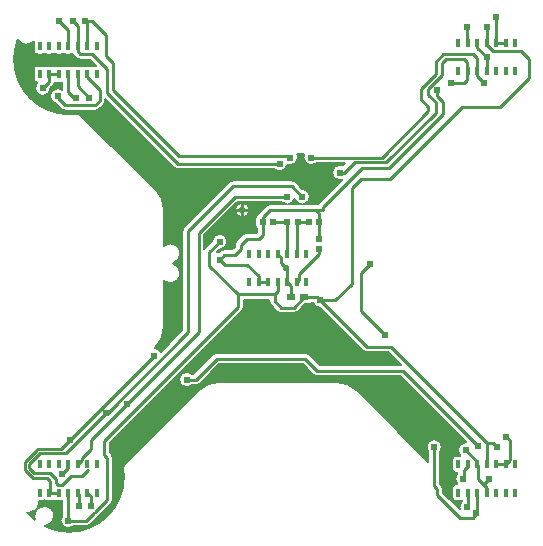
<source format=gtl>
G04 Layer: TopLayer*
G04 EasyEDA Pro v2.1.44.1.245b18d5.fca1f9, 2024-01-18 14:01:25*
G04 Gerber Generator version 0.3*
G04 Scale: 100 percent, Rotated: No, Reflected: No*
G04 Dimensions in millimeters*
G04 Leading zeros omitted, absolute positions, 3 integers and 5 decimals*
%FSLAX35Y35*%
%MOMM*%
%ADD8191C,0.2032*%
%ADD10C,0.254*%
%ADD11C,0.55*%
%ADD12R,0.35001X0.75001*%
%ADD13R,0.35001X0.75001*%
%ADD14R,0.79009X0.54*%
%ADD15R,0.56566X0.54*%
%ADD16R,0.56566X0.54*%
%ADD17R,0.54X0.56566*%
%ADD18C,0.6112*%
%ADD19C,0.61*%
G75*


G04 Copper Start*
G36*
G01X192786Y-1523369D02*
G01X7625Y-1708530D01*
G03X-40846Y-1674337I-58425J-31370D01*
G01X-33254Y-1666746D01*
G03X35814Y-1500000I-166746J166746D01*
G01Y-1108823D01*
G03X88900Y-1127214I53086J67423D01*
G03X174714Y-1041400I0J85814D01*
G03X112342Y-958850I-85814J0D01*
G03X174714Y-876300I-23442J82550D01*
G03X88900Y-790486I-85814J0D01*
G03X35814Y-808877I0J-85814D01*
G01Y-500000D01*
G03X-33254Y-333254I-235814J-0D01*
G03X-40034Y-327940I-25324J-25324D01*
G01X-44955Y-324961D01*
G03X-52003Y-321681I-18545J-30639D01*
G01X-667203Y288551D01*
G03X-699337Y308551I-32134J-15814D01*
G03X-704169Y308224I0J-35814D01*
G01X-704185Y308221D01*
G01X-706536Y307901D01*
G02X-768000Y303814I-61464J460099D01*
G02X-1232186Y768000I0J464186D01*
G02X-1202456Y931451I464186J0D01*
G03X-1130300Y892086I72156J46449D01*
G03X-1067994Y918892I0J85814D01*
G01Y844502D01*
G03X-1032180Y808688I35814J0D01*
G01X-997179D01*
G03X-974687Y816631I0J35814D01*
G03X-952195Y808688I22492J27871D01*
G01X-917194D01*
G03X-894690Y816641I0J35814D01*
G03X-872185Y808688I22504J27860D01*
G01X-837184D01*
G03X-814692Y816631I0J35814D01*
G03X-792201Y808688I22492J27871D01*
G01X-757199D01*
G03X-738649Y813866I0J35814D01*
G03X-728995Y800085I43959J20524D01*
G01X-707405Y778495D01*
G03X-673100Y764286I34305J34305D01*
G01X-591595D01*
G01X-542621Y715312D01*
G01X-552196D01*
G03X-574688Y707369I0J-35814D01*
G03X-597179Y715312I-22492J-27871D01*
G01X-632181D01*
G03X-654685Y707359I0J-35814D01*
G03X-677189Y715312I-22504J-27860D01*
G01X-712191D01*
G03X-734695Y707359I0J-35814D01*
G03X-757199Y715312I-22504J-27860D01*
G01X-792201D01*
G03X-814692Y707369I0J-35814D01*
G03X-837184Y715312I-22492J-27871D01*
G01X-872185D01*
G03X-894690Y707359I0J-35814D01*
G03X-917194Y715312I-22504J-27860D01*
G01X-952195D01*
G03X-974700Y707359I0J-35814D01*
G03X-997204Y715312I-22504J-27860D01*
G01X-1032205D01*
G03X-1068019Y679498I0J-35814D01*
G01Y604497D01*
G03X-1038666Y569271I35814J0D01*
G03X-1056914Y523584I48066J-45686D01*
G03X-990600Y457270I66314J0D01*
G03X-924327Y521248I0J66314D01*
G01X-900390Y545185D01*
G03X-886794Y571798I-34305J34305D01*
G03X-872185Y568683I14609J32699D01*
G01X-837184D01*
G03X-823214Y571520I0J35814D01*
G01Y509798D01*
G03X-863600Y523514I-40386J-52598D01*
G03X-929914Y457200I0J-66314D01*
G03X-880888Y393179I66314J0D01*
G01X-834405Y346695D01*
G03X-800100Y332486I34305J34305D01*
G01X-546100D01*
G03X-511795Y346695I0J48514D01*
G01X-473695Y384795D01*
G03X-459486Y419100I-34305J34305D01*
G01Y428977D01*
G01X118095Y-148605D01*
G03X152400Y-162814I34305J34305D01*
G01X970790D01*
G03X1016000Y-180614I45210J48514D01*
G03X1081362Y-125496I0J66314D01*
G03X1104900Y-129814I23538J61996D01*
G03X1171214Y-63500I0J66314D01*
G03X1165158Y-35814I-66314J0D01*
G01X1222442D01*
G03X1216386Y-63500I60258J-27686D01*
G03X1282700Y-129814I66314J0D01*
G03X1327910Y-112014I0J66314D01*
G01X1571977D01*
G01X1553086Y-130905D01*
G03X1524000Y-124186I-29086J-59595D01*
G03X1457686Y-190500I0J-66314D01*
G03X1524000Y-256814I66314J0D01*
G03X1545606Y-253196I0J66314D01*
G01X1350506Y-448295D01*
G03X1342157Y-459486I34305J-34305D01*
G01X1320800D01*
G01X1214852D01*
G03X1272814Y-393700I-8352J65786D01*
G03X1208836Y-327427I-66314J0D01*
G01X1151905Y-270495D01*
G03X1117600Y-256286I-34305J-34305D01*
G01X622300D01*
G03X587995Y-270495I0J-48514D01*
G01X206995Y-651495D01*
G03X192786Y-685800I34305J-34305D01*
G01Y-1523369D01*
G37*
G36*
G01X-1057508Y-3130841D02*
G02X-1121653Y-3068663I289508J362841D01*
G03X-1104900Y-3070314I16753J84163D01*
G03X-1046820Y-3047673I0J85814D01*
G03X-1063714Y-3098800I68920J-51127D01*
G03X-1057508Y-3130841I85814J0D01*
G37*
G36*
G01X-303814Y-2768000D02*
G02X-768000Y-3232186I-464186J0D01*
G02X-972985Y-3184473I0J464186D01*
G03X-892086Y-3098800I-4915J85673D01*
G03X-977900Y-3012986I-85814J0D01*
G03X-1035980Y-3035627I0J-85814D01*
G03X-1019086Y-2984500I-68920J51127D01*
G03X-1019657Y-2974617I-85814J0D01*
G01X-997204D01*
G03X-974700Y-2966663I0J35814D01*
G03X-952195Y-2974617I22504J27860D01*
G01X-917194D01*
G03X-894690Y-2966663I0J35814D01*
G03X-872185Y-2974617I22504J27860D01*
G01X-837184D01*
G03X-823214Y-2971780I0J35814D01*
G01Y-3091690D01*
G03X-841014Y-3136900I48514J-45210D01*
G03X-774700Y-3203214I66314J0D01*
G03X-729490Y-3185414I0J66314D01*
G01X-622300D01*
G03X-587995Y-3171205I0J48514D01*
G01X-524495Y-3107705D01*
G03X-518738Y-3100762I-34305J34305D01*
G03X-511795Y-3095005I-27362J40062D01*
G01X-410195Y-2993405D01*
G03X-395986Y-2959100I-34305J34305D01*
G01Y-2603500D01*
G03X-410195Y-2569195I-48514J0D01*
G01X-421386Y-2558005D01*
G01Y-2483895D01*
G01X696208Y-1366301D01*
G03X710417Y-1331997I-34305J34305D01*
G01Y-1269217D01*
G01X926086D01*
G01Y-1279400D01*
G03X940295Y-1313705I48514J0D01*
G01X994395Y-1367805D01*
G03X1028700Y-1382014I34305J34305D01*
G01X1134008D01*
G03X1168313Y-1367805I0J48514D01*
G01X1228703Y-1307414D01*
G01X1262413D01*
G03X1291045Y-1293114I0J35814D01*
G01X1296745D01*
G03X1356564Y-1336273I62155J23114D01*
G01X1718295Y-1698005D01*
G03X1752600Y-1712214I34305J34305D01*
G01X1935705D01*
G01X2041877Y-1818386D01*
G01X1353595D01*
G01X1266205Y-1730995D01*
G03X1231900Y-1716786I-34305J-34305D01*
G01X482600D01*
G03X448295Y-1730995I0J-48514D01*
G01X284705Y-1894586D01*
G01X273810D01*
G03X228600Y-1876786I-45210J-48514D01*
G03X162286Y-1943100I0J-66314D01*
G03X228600Y-2009414I66314J0D01*
G03X273810Y-1991614I0J66314D01*
G01X304800D01*
G03X339105Y-1977405I0J48514D01*
G01X502695Y-1813814D01*
G01X1211805D01*
G01X1299195Y-1901205D01*
G03X1333500Y-1915414I34305J34305D01*
G01X2037305D01*
G01X2595763Y-2473872D01*
G03X2590800Y-2473686I-4963J-66128D01*
G03X2524486Y-2540000I0J-66314D01*
G03X2545027Y-2587983I66314J0D01*
G01X2511095D01*
G03X2475281Y-2623797I0J-35814D01*
G01Y-2698798D01*
G03X2511095Y-2734612I35814J0D01*
G01X2521033D01*
G03X2500625Y-2782468I45906J-47856D01*
G03X2518715Y-2827988I66314J0D01*
G01X2511095D01*
G03X2475281Y-2863802I0J-35814D01*
G01Y-2938803D01*
G03X2511095Y-2974617I35814J0D01*
G01X2546096D01*
G03X2560091Y-2971769I0J35814D01*
G01Y-2972468D01*
G03X2537186Y-3022600I43409J-50132D01*
G03X2540544Y-3043435I66314J0D01*
G01X2398014Y-2900905D01*
G01Y-2870200D01*
G03X2383805Y-2835895I-48514J0D01*
G01X2372614Y-2824705D01*
G01Y-2559810D01*
G03X2390414Y-2514600I-48514J45210D01*
G03X2324100Y-2448286I-66314J0D01*
G03X2257786Y-2514600I0J-66314D01*
G03X2275586Y-2559810I66314J0D01*
G01Y-2642095D01*
G01X1666746Y-2033254D01*
G03X1500000Y-1964186I-166746J-166746D01*
G01X1499868D01*
G01X500132D01*
G01X500000D01*
G03X333254Y-2033254I0J-235814D01*
G01X-298467Y-2664975D01*
G03X-303958Y-2672051I25324J-25324D01*
G01X-303965Y-2672062D01*
G01X-304703Y-2673308D01*
G03X-309694Y-2691546I30823J-18237D01*
G03X-309300Y-2696845I35814J0D01*
G01X-308572Y-2701705D01*
G02X-303814Y-2768000I-459427J-66294D01*
G37*
G36*
G01X505664Y-860827D02*
G03X487165Y-864144I2336J-66273D01*
G01X510336Y-840973D01*
G03X574314Y-774700I-2336J66273D01*
G03X508000Y-708386I-66314J0D01*
G03X441727Y-772364I0J-66314D01*
G01X384795Y-829295D01*
G03X378714Y-836719I34305J-34305D01*
G01Y-718595D01*
G01X655095Y-442214D01*
G01X1034290D01*
G03X1071148Y-459486I45210J48514D01*
G01X933018D01*
G03X898714Y-473695I0J-48514D01*
G01X836814Y-535595D01*
G03X826568Y-550693I34305J-34305D01*
G03X807022Y-582600I16267J-31906D01*
G01Y-636600D01*
G03X822604Y-666153I35814J0D01*
G01Y-696286D01*
G01X818105Y-700786D01*
G01X736600D01*
G03X702295Y-714995I0J-48514D01*
G01X651495Y-765795D01*
G03X637286Y-800100I34305J-34305D01*
G01Y-818105D01*
G01X614905Y-840486D01*
G01X546100D01*
G03X511795Y-854695I0J-48514D01*
G01X505664Y-860827D01*
G37*
%LPC*%
G36*
G01X698500Y-571314D02*
G03X761814Y-508000I0J63314D01*
G03X698500Y-444686I-63314J0D01*
G03X635186Y-508000I0J-63314D01*
G03X698500Y-571314I63314J0D01*
G37*
%LPD*%
G36*
G01X1143000Y-412813D02*
G03X1198148Y-459486I63500J19113D01*
G01X1087852D01*
G03X1143000Y-412813I-8352J65786D01*
G37*
G54D8191*
G01X192786Y-1523369D02*
G01X7625Y-1708530D01*
G03X-40846Y-1674337I-58425J-31370D01*
G01X-33254Y-1666746D01*
G03X35814Y-1500000I-166746J166746D01*
G01Y-1108823D01*
G03X88900Y-1127214I53086J67423D01*
G03X174714Y-1041400I0J85814D01*
G03X112342Y-958850I-85814J0D01*
G03X174714Y-876300I-23442J82550D01*
G03X88900Y-790486I-85814J0D01*
G03X35814Y-808877I0J-85814D01*
G01Y-500000D01*
G03X-33254Y-333254I-235814J-0D01*
G03X-40034Y-327940I-25324J-25324D01*
G01X-44955Y-324961D01*
G03X-52003Y-321681I-18545J-30639D01*
G01X-667203Y288551D01*
G03X-699337Y308551I-32134J-15814D01*
G03X-704169Y308224I0J-35814D01*
G01X-704185Y308221D01*
G01X-706536Y307901D01*
G02X-768000Y303814I-61464J460099D01*
G02X-1232186Y768000I0J464186D01*
G02X-1202456Y931451I464186J0D01*
G03X-1130300Y892086I72156J46449D01*
G03X-1067994Y918892I0J85814D01*
G01Y844502D01*
G03X-1032180Y808688I35814J0D01*
G01X-997179D01*
G03X-974687Y816631I0J35814D01*
G03X-952195Y808688I22492J27871D01*
G01X-917194D01*
G03X-894690Y816641I0J35814D01*
G03X-872185Y808688I22504J27860D01*
G01X-837184D01*
G03X-814692Y816631I0J35814D01*
G03X-792201Y808688I22492J27871D01*
G01X-757199D01*
G03X-738649Y813866I0J35814D01*
G03X-728995Y800085I43959J20524D01*
G01X-707405Y778495D01*
G03X-673100Y764286I34305J34305D01*
G01X-591595D01*
G01X-542621Y715312D01*
G01X-552196D01*
G03X-574688Y707369I0J-35814D01*
G03X-597179Y715312I-22492J-27871D01*
G01X-632181D01*
G03X-654685Y707359I0J-35814D01*
G03X-677189Y715312I-22504J-27860D01*
G01X-712191D01*
G03X-734695Y707359I0J-35814D01*
G03X-757199Y715312I-22504J-27860D01*
G01X-792201D01*
G03X-814692Y707369I0J-35814D01*
G03X-837184Y715312I-22492J-27871D01*
G01X-872185D01*
G03X-894690Y707359I0J-35814D01*
G03X-917194Y715312I-22504J-27860D01*
G01X-952195D01*
G03X-974700Y707359I0J-35814D01*
G03X-997204Y715312I-22504J-27860D01*
G01X-1032205D01*
G03X-1068019Y679498I0J-35814D01*
G01Y604497D01*
G03X-1038666Y569271I35814J0D01*
G03X-1056914Y523584I48066J-45686D01*
G03X-990600Y457270I66314J0D01*
G03X-924327Y521248I0J66314D01*
G01X-900390Y545185D01*
G03X-886794Y571798I-34305J34305D01*
G03X-872185Y568683I14609J32699D01*
G01X-837184D01*
G03X-823214Y571520I0J35814D01*
G01Y509798D01*
G03X-863600Y523514I-40386J-52598D01*
G03X-929914Y457200I0J-66314D01*
G03X-880888Y393179I66314J0D01*
G01X-834405Y346695D01*
G03X-800100Y332486I34305J34305D01*
G01X-546100D01*
G03X-511795Y346695I0J48514D01*
G01X-473695Y384795D01*
G03X-459486Y419100I-34305J34305D01*
G01Y428977D01*
G01X118095Y-148605D01*
G03X152400Y-162814I34305J34305D01*
G01X970790D01*
G03X1016000Y-180614I45210J48514D01*
G03X1081362Y-125496I0J66314D01*
G03X1104900Y-129814I23538J61996D01*
G03X1171214Y-63500I0J66314D01*
G03X1165158Y-35814I-66314J0D01*
G01X1222442D01*
G03X1216386Y-63500I60258J-27686D01*
G03X1282700Y-129814I66314J0D01*
G03X1327910Y-112014I0J66314D01*
G01X1571977D01*
G01X1553086Y-130905D01*
G03X1524000Y-124186I-29086J-59595D01*
G03X1457686Y-190500I0J-66314D01*
G03X1524000Y-256814I66314J0D01*
G03X1545606Y-253196I0J66314D01*
G01X1350506Y-448295D01*
G03X1342157Y-459486I34305J-34305D01*
G01X1320800D01*
G01X1214852D01*
G03X1272814Y-393700I-8352J65786D01*
G03X1208836Y-327427I-66314J0D01*
G01X1151905Y-270495D01*
G03X1117600Y-256286I-34305J-34305D01*
G01X622300D01*
G03X587995Y-270495I0J-48514D01*
G01X206995Y-651495D01*
G03X192786Y-685800I34305J-34305D01*
G01Y-1523369D01*
G01X-1057508Y-3130841D02*
G02X-1121653Y-3068663I289508J362841D01*
G03X-1104900Y-3070314I16753J84163D01*
G03X-1046820Y-3047673I0J85814D01*
G03X-1063714Y-3098800I68920J-51127D01*
G03X-1057508Y-3130841I85814J0D01*
G01X-303814Y-2768000D02*
G02X-768000Y-3232186I-464186J0D01*
G02X-972985Y-3184473I0J464186D01*
G03X-892086Y-3098800I-4915J85673D01*
G03X-977900Y-3012986I-85814J0D01*
G03X-1035980Y-3035627I0J-85814D01*
G03X-1019086Y-2984500I-68920J51127D01*
G03X-1019657Y-2974617I-85814J0D01*
G01X-997204D01*
G03X-974700Y-2966663I0J35814D01*
G03X-952195Y-2974617I22504J27860D01*
G01X-917194D01*
G03X-894690Y-2966663I0J35814D01*
G03X-872185Y-2974617I22504J27860D01*
G01X-837184D01*
G03X-823214Y-2971780I0J35814D01*
G01Y-3091690D01*
G03X-841014Y-3136900I48514J-45210D01*
G03X-774700Y-3203214I66314J0D01*
G03X-729490Y-3185414I0J66314D01*
G01X-622300D01*
G03X-587995Y-3171205I0J48514D01*
G01X-524495Y-3107705D01*
G03X-518738Y-3100762I-34305J34305D01*
G03X-511795Y-3095005I-27362J40062D01*
G01X-410195Y-2993405D01*
G03X-395986Y-2959100I-34305J34305D01*
G01Y-2603500D01*
G03X-410195Y-2569195I-48514J0D01*
G01X-421386Y-2558005D01*
G01Y-2483895D01*
G01X696208Y-1366301D01*
G03X710417Y-1331997I-34305J34305D01*
G01Y-1269217D01*
G01X926086D01*
G01Y-1279400D01*
G03X940295Y-1313705I48514J0D01*
G01X994395Y-1367805D01*
G03X1028700Y-1382014I34305J34305D01*
G01X1134008D01*
G03X1168313Y-1367805I0J48514D01*
G01X1228703Y-1307414D01*
G01X1262413D01*
G03X1291045Y-1293114I0J35814D01*
G01X1296745D01*
G03X1356564Y-1336273I62155J23114D01*
G01X1718295Y-1698005D01*
G03X1752600Y-1712214I34305J34305D01*
G01X1935705D01*
G01X2041877Y-1818386D01*
G01X1353595D01*
G01X1266205Y-1730995D01*
G03X1231900Y-1716786I-34305J-34305D01*
G01X482600D01*
G03X448295Y-1730995I0J-48514D01*
G01X284705Y-1894586D01*
G01X273810D01*
G03X228600Y-1876786I-45210J-48514D01*
G03X162286Y-1943100I0J-66314D01*
G03X228600Y-2009414I66314J0D01*
G03X273810Y-1991614I0J66314D01*
G01X304800D01*
G03X339105Y-1977405I0J48514D01*
G01X502695Y-1813814D01*
G01X1211805D01*
G01X1299195Y-1901205D01*
G03X1333500Y-1915414I34305J34305D01*
G01X2037305D01*
G01X2595763Y-2473872D01*
G03X2590800Y-2473686I-4963J-66128D01*
G03X2524486Y-2540000I0J-66314D01*
G03X2545027Y-2587983I66314J0D01*
G01X2511095D01*
G03X2475281Y-2623797I0J-35814D01*
G01Y-2698798D01*
G03X2511095Y-2734612I35814J0D01*
G01X2521033D01*
G03X2500625Y-2782468I45906J-47856D01*
G03X2518715Y-2827988I66314J0D01*
G01X2511095D01*
G03X2475281Y-2863802I0J-35814D01*
G01Y-2938803D01*
G03X2511095Y-2974617I35814J0D01*
G01X2546096D01*
G03X2560091Y-2971769I0J35814D01*
G01Y-2972468D01*
G03X2537186Y-3022600I43409J-50132D01*
G03X2540544Y-3043435I66314J0D01*
G01X2398014Y-2900905D01*
G01Y-2870200D01*
G03X2383805Y-2835895I-48514J0D01*
G01X2372614Y-2824705D01*
G01Y-2559810D01*
G03X2390414Y-2514600I-48514J45210D01*
G03X2324100Y-2448286I-66314J0D01*
G03X2257786Y-2514600I0J-66314D01*
G03X2275586Y-2559810I66314J0D01*
G01Y-2642095D01*
G01X1666746Y-2033254D01*
G03X1500000Y-1964186I-166746J-166746D01*
G01X1499868D01*
G01X500132D01*
G01X500000D01*
G03X333254Y-2033254I0J-235814D01*
G01X-298467Y-2664975D01*
G03X-303958Y-2672051I25324J-25324D01*
G01X-303965Y-2672062D01*
G01X-304703Y-2673308D01*
G03X-309694Y-2691546I30823J-18237D01*
G03X-309300Y-2696845I35814J0D01*
G01X-308572Y-2701705D01*
G02X-303814Y-2768000I-459427J-66294D01*
G01X505664Y-860827D02*
G03X487165Y-864144I2336J-66273D01*
G01X510336Y-840973D01*
G03X574314Y-774700I-2336J66273D01*
G03X508000Y-708386I-66314J0D01*
G03X441727Y-772364I0J-66314D01*
G01X384795Y-829295D01*
G03X378714Y-836719I34305J-34305D01*
G01Y-718595D01*
G01X655095Y-442214D01*
G01X1034290D01*
G03X1071148Y-459486I45210J48514D01*
G01X933018D01*
G03X898714Y-473695I0J-48514D01*
G01X836814Y-535595D01*
G03X826568Y-550693I34305J-34305D01*
G03X807022Y-582600I16267J-31906D01*
G01Y-636600D01*
G03X822604Y-666153I35814J0D01*
G01Y-696286D01*
G01X818105Y-700786D01*
G01X736600D01*
G03X702295Y-714995I0J-48514D01*
G01X651495Y-765795D01*
G03X637286Y-800100I34305J-34305D01*
G01Y-818105D01*
G01X614905Y-840486D01*
G01X546100D01*
G03X511795Y-854695I0J-48514D01*
G01X505664Y-860827D01*
G01X698500Y-571314D02*
G03X761814Y-508000I0J63314D01*
G03X698500Y-444686I-63314J0D01*
G03X635186Y-508000I0J-63314D01*
G03X698500Y-571314I63314J0D01*
G01X1143000Y-412813D02*
G03X1198148Y-459486I63500J19113D01*
G01X1087852D01*
G03X1143000Y-412813I-8352J65786D01*
G54D10*
G01X698500Y-508000D02*
G01X645092Y-508000D01*
G01X698500Y-508000D02*
G01X751908Y-508000D01*
G01X698500Y-508000D02*
G01X698500Y-454592D01*
G01X698500Y-508000D02*
G01X698500Y-561408D01*
G04 Copper End*

G04 Pad Start*
G54D11*
G01X698500Y-508000D03*
G01X1071661Y-998842D03*
G54D12*
G01X759995Y-1120002D03*
G01X840005Y-1120002D03*
G01X920015Y-1120002D03*
G01X1000000Y-1120002D03*
G01X1080010Y-1120002D03*
G01X1160020Y-1120002D03*
G01X1240005Y-1120002D03*
G01X760021Y-879998D03*
G01X840005Y-879998D03*
G01X920015Y-879998D03*
G01X1000000Y-879998D03*
G01X1080010Y-879998D03*
G01X1159995Y-879998D03*
G01X1240005Y-879998D03*
G01X-1014705Y-2901302D03*
G01X-934695Y-2901302D03*
G01X-854685Y-2901302D03*
G01X-774700Y-2901302D03*
G01X-694690Y-2901302D03*
G01X-614680Y-2901302D03*
G01X-534695Y-2901302D03*
G01X-1014679Y-2661298D03*
G01X-934695Y-2661298D03*
G01X-854685Y-2661298D03*
G01X-774700Y-2661298D03*
G01X-694690Y-2661298D03*
G01X-614705Y-2661298D03*
G01X-534695Y-2661298D03*
G54D13*
G01X3008605Y-2661298D03*
G01X2928595Y-2661298D03*
G01X2848585Y-2661298D03*
G01X2768600Y-2661298D03*
G01X2688590Y-2661298D03*
G01X2608580Y-2661298D03*
G01X2528595Y-2661298D03*
G01X3008579Y-2901302D03*
G01X2928595Y-2901302D03*
G01X2848585Y-2901302D03*
G01X2768600Y-2901302D03*
G01X2688590Y-2901302D03*
G01X2608605Y-2901302D03*
G01X2528595Y-2901302D03*
G54D12*
G01X-1014705Y641998D03*
G01X-934695Y641998D03*
G01X-854685Y641998D03*
G01X-774700Y641998D03*
G01X-694690Y641998D03*
G01X-614680Y641998D03*
G01X-534695Y641998D03*
G01X-1014679Y882002D03*
G01X-934695Y882002D03*
G01X-854685Y882002D03*
G01X-774700Y882002D03*
G01X-694690Y882002D03*
G01X-614705Y882002D03*
G01X-534695Y882002D03*
G54D13*
G01X3008605Y907402D03*
G01X2928595Y907402D03*
G01X2848585Y907402D03*
G01X2768600Y907402D03*
G01X2688590Y907402D03*
G01X2608580Y907402D03*
G01X2528595Y907402D03*
G01X3008579Y667398D03*
G01X2928595Y667398D03*
G01X2848585Y667398D03*
G01X2768600Y667398D03*
G01X2688590Y667398D03*
G01X2608605Y667398D03*
G01X2528595Y667398D03*
G54D14*
G01X1222908Y-1244600D03*
G01X1113892Y-1244600D03*
G54D15*
G01X1351382Y-609600D03*
G01X1264818Y-609600D03*
G54D16*
G01X871118Y-609600D03*
G01X957682Y-609600D03*
G54D17*
G01X1351382Y-749300D03*
G01X1351382Y-835863D03*
G04 Pad End*

G04 Via Start*
G54D19*
G01X127000Y-1549400D03*
G01X1905000Y-1765300D03*
G01X1168400Y-609600D03*
G01X1079500Y-609600D03*
G01X508000Y-927100D03*
G01X1358900Y-1270000D03*
G01X-635000Y1092200D03*
G01X-736600Y1092200D03*
G01X-850900Y1092200D03*
G01X1104900Y-63500D03*
G01X1016000Y-114300D03*
G01X393700Y-266700D03*
G01X-990600Y523584D03*
G01X-711200Y444500D03*
G01X508000Y-774700D03*
G01X-596900Y444500D03*
G01X-863600Y457200D03*
G01X1282700Y-63500D03*
G01X1524000Y-190500D03*
G01X2769431Y786242D03*
G01X2349500Y508000D03*
G01X2844800Y1130300D03*
G01X2603500Y1041400D03*
G01X2768600Y1041400D03*
G01X2463800Y571500D03*
G01X2743200Y571500D03*
G01X1079500Y-393700D03*
G01X1206500Y-393700D03*
G01X-50800Y-1739900D03*
G01X-825500Y-2743200D03*
G01X-685800Y-3009900D03*
G01X-762626Y-2451726D03*
G01X-774700Y-3136900D03*
G01X-454429Y-2226175D03*
G01X-280120Y-2147531D03*
G01X2603500Y-3022600D03*
G01X2324100Y-2514600D03*
G01X2692400Y-2501900D03*
G01X2933700Y-2425700D03*
G01X2590800Y-2540000D03*
G01X2679700Y-3073400D03*
G01X2566939Y-2782468D03*
G01X2857500Y-2514600D03*
G01X2788433Y-2782458D03*
G01X-584200Y-3009900D03*
G01X1778000Y-965200D03*
G01X1905000Y-1562100D03*
G01X863600Y-1320800D03*
G01X228600Y-1943100D03*
G01X762000Y-1625600D03*
G04 Via End*

G04 Track Start*
G54D10*
G01X1168400Y-609600D02*
G01X1159995Y-618005D01*
G01Y-879998D01*
G01X1079500Y-609600D02*
G01X1080010Y-610110D01*
G01Y-879998D01*
G01X957682Y-609600D02*
G01X1079500Y-609600D01*
G01X1168400Y-609600D02*
G01X1264818Y-609600D01*
G01X840005Y-1120002D02*
G01X920015Y-1120002D01*
G01X508000Y-927100D02*
G01X551200Y-970300D01*
G01X838200Y-1118197D02*
G01X840005Y-1120002D01*
G01X508000Y-927100D02*
G01X546100Y-889000D01*
G01X635000D01*
G01X685800Y-838200D02*
G01X685800Y-800100D01*
G01X736600Y-749300D01*
G01X838200D01*
G01X871118Y-716382D02*
G01X871118Y-609600D01*
G01X838200Y-749300D02*
G01X871118Y-716382D01*
G01X635000Y-889000D02*
G01X685800Y-838200D01*
G01X871118Y-609600D02*
G01X871118Y-569900D01*
G01X933018Y-508000D01*
G01X1320800Y-508000D02*
G01X1351382Y-538582D01*
G01Y-609600D01*
G01X933018Y-508000D02*
G01X1320800Y-508000D01*
G01X1351382Y-609600D02*
G01X1351382Y-749300D01*
G01X1351382Y-835863D02*
G01X1351382Y-876846D01*
G01X1181100Y-1047128D02*
G01X1181100Y-1098922D01*
G01X1160020Y-1120002D01*
G01X1181100Y-1047128D02*
G01X1351382Y-876846D01*
G01X1000000Y-879998D02*
G01X1031461Y-911459D01*
G01Y-958642D01*
G01X1071661Y-998842D01*
G01X1080010Y-1007191D01*
G01Y-1120002D01*
G01X551200Y-970300D02*
G01X741700Y-970300D01*
G01X838200Y-1066800D01*
G01Y-1118197D01*
G01X-850900Y1092200D02*
G01X-774700Y1016000D01*
G01Y882002D01*
G01X-736600Y1092200D02*
G01X-694690Y1050290D01*
G01Y882002D01*
G01X-635000Y1092200D02*
G01X-614705Y1071905D01*
G01Y882002D01*
G01X-508000Y508000D02*
G01X-614680Y614680D01*
G01Y641998D01*
G01X-694690Y834390D02*
G01X-694690Y882002D01*
G01X-673100Y812800D02*
G01X-694690Y834390D01*
G01X1104900Y-63500D02*
G01X1092200Y-50800D01*
G01X-571500Y1092200D02*
G01X-635000Y1092200D01*
G01X-457200Y977900D02*
G01X-571500Y1092200D01*
G01X-934695Y641998D02*
G01X-854685Y641998D01*
G01X-990600Y523584D02*
G01X-934695Y579490D01*
G01Y641998D01*
G01X1000000Y-1195303D02*
G01X974600Y-1220703D01*
G01X661903D01*
G01X419100Y-977900D01*
G01Y-863600D01*
G01X508000Y-774700D01*
G01X-774700Y641998D02*
G01X-774700Y495300D01*
G01X-723900Y444500D02*
G01X-774700Y495300D01*
G01X-711200Y444500D02*
G01X-723900Y444500D01*
G01X-694690Y542290D02*
G01X-694690Y641998D01*
G01X-596900Y444500D02*
G01X-694690Y542290D01*
G01X-508000Y508000D02*
G01X-508000Y419100D01*
G01X-546100Y381000D01*
G01X-800100D01*
G01X-863600Y444500D01*
G01X1524000Y-190500D02*
G01X1562100Y-190500D01*
G01X2688590Y907402D02*
G01X2688590Y867082D01*
G01X2769431Y786242D01*
G01Y668228D01*
G01X2768600Y667398D01*
G01X2336800Y647700D02*
G01X2336800Y749300D01*
G01X2400300Y812800D01*
G01X2654300D01*
G01X2688590Y778510D01*
G01Y667398D01*
G01X2387600Y635000D02*
G01X2387600Y736600D01*
G01X2425700Y774700D01*
G01X2578100Y774700D02*
G01X2425700Y774700D01*
G01X2603500Y672503D02*
G01X2603500Y749300D01*
G01X2603500Y672503D02*
G01X2608605Y667398D01*
G01X2603500Y749300D02*
G01X2578100Y774700D01*
G01X2844800Y1130300D02*
G01X2848585Y1126515D01*
G01Y907402D01*
G01X2928595D01*
G01X1358900Y-1270000D02*
G01X1485900Y-1270000D01*
G01X1625600Y-1130300D01*
G01Y-317500D01*
G01X3124200Y609600D02*
G01X3124200Y774700D01*
G01X3060700Y838200D02*
G01X2819400Y838200D01*
G01X2768600Y889000D01*
G01Y907402D01*
G01X3124200Y774700D02*
G01X3060700Y838200D01*
G01X2882900Y368300D02*
G01X3124200Y609600D01*
G01X2603500Y1041400D02*
G01X2603500Y912482D01*
G01X2608580Y907402D01*
G01X2768600Y1041400D02*
G01X2768600Y907402D01*
G01X2688590Y667398D02*
G01X2688590Y626110D01*
G01X2743200Y571500D01*
G01X2603500Y672503D02*
G01X2603500Y596900D01*
G01X2578100Y571500D01*
G01X2463800D01*
G01X635000Y-393700D02*
G01X1079500Y-393700D01*
G01X330200Y-698500D02*
G01X635000Y-393700D01*
G01X1117600Y-304800D02*
G01X1206500Y-393700D01*
G01X622300Y-304800D02*
G01X1117600Y-304800D01*
G01X241300Y-685800D02*
G01X622300Y-304800D01*
G01X-1104637Y-2656742D02*
G01X-1013296Y-2565400D01*
G01X-838200Y-2527300D02*
G01X-1041400Y-2527300D01*
G01Y-2543158D01*
G01X-1140237Y-2641996D01*
G01Y-2707409D01*
G01X-1068846Y-2778800D01*
G01X-952500D01*
G01X-927100Y-2804200D01*
G01X-927100Y-2893708D02*
G01X-934695Y-2901302D01*
G01X-927100Y-2804200D02*
G01X-927100Y-2893708D01*
G01X-793653Y-2565400D02*
G01X-1013296Y-2565400D01*
G01X-927100Y-2893708D02*
G01X-919505Y-2901302D01*
G01X-854685D01*
G01X-1066800Y-2730500D02*
G01X-1104637Y-2692663D01*
G01Y-2656742D01*
G01X-1066800Y-2730500D02*
G01X-927100Y-2730500D01*
G01X-876300Y-2781300D02*
G01X-876300Y-2819400D01*
G01X-863600Y-2832100D01*
G01X-749300Y-2755900D02*
G01X-660400Y-2755900D01*
G01X-927100Y-2730500D02*
G01X-876300Y-2781300D01*
G01X-863600Y-2832100D02*
G01X-825500Y-2832100D01*
G01X-749300Y-2755900D01*
G01X-660400Y-2755900D02*
G01X-609600Y-2705100D01*
G01X-660146Y-2626754D02*
G01X-694690Y-2661298D01*
G01X330200Y-1537211D02*
G01X330200Y-698500D01*
G01X-660146Y-2626754D02*
G01X-660146Y-2603246D01*
G01X-825500Y-2743200D02*
G01X-774700Y-2692400D01*
G01Y-2661298D01*
G01X-694690Y-2901302D02*
G01X-685800Y-2910192D01*
G01Y-3009900D01*
G01X-50800Y-1739900D02*
G01X-762626Y-2451726D01*
G01X-762626Y-2451726D02*
G01X-838200Y-2527300D01*
G01X-469900Y-2578100D02*
G01X-444500Y-2603500D01*
G01X-454429Y-2226175D02*
G01X-793653Y-2565400D01*
G01X-280120Y-2147531D02*
G01X330200Y-1537211D01*
G01X2603500Y-3022600D02*
G01X2608605Y-3017495D01*
G01Y-2901302D01*
G01X2324100Y-2514600D02*
G01X2324100Y-2844800D01*
G01X2349500Y-2870200D01*
G01Y-2921000D01*
G01X2540000Y-3111500D02*
G01X2654300Y-3111500D01*
G01X2688590Y-3077210D01*
G01Y-2901302D01*
G01X2349500Y-2921000D02*
G01X2540000Y-3111500D01*
G01X1358900Y-1270000D02*
G01X1752600Y-1663700D01*
G01X2768600Y-2476500D02*
G01X2768600Y-2661298D01*
G01X2928595Y-2661298D02*
G01X2848585Y-2661298D01*
G01X2688590Y-2661298D02*
G01X2688590Y-2637790D01*
G01X2590800Y-2540000D01*
G01X2679700Y-3073400D02*
G01X2684780Y-3073400D01*
G01X2688590Y-3077210D01*
G01X2768600Y-2901302D02*
G01X2768600Y-2857500D01*
G01X2692400Y-2781300D02*
G01X2692400Y-2665108D01*
G01X2688590Y-2661298D01*
G01X2608580Y-2661298D02*
G01X2608580Y-2674620D01*
G01X2578100Y-2705100D01*
G01Y-2771308D01*
G01X2566939Y-2782468D01*
G01X2933700Y-2425700D02*
G01X2963164Y-2455164D01*
G01Y-2626728D01*
G01X2928595Y-2661298D01*
G01X2768600Y-2476500D02*
G01X2819400Y-2476500D01*
G01X2857500Y-2514600D01*
G01X2788433Y-2782458D02*
G01X2745199Y-2825692D01*
G01X2736792D01*
G01X2768600Y-2857500D02*
G01X2736792Y-2825692D01*
G01X2692400Y-2781300D01*
G01X-444500Y-2959100D02*
G01X-546100Y-3060700D01*
G01X-444500Y-2603500D02*
G01X-444500Y-2959100D01*
G01X-774700Y-3136900D02*
G01X-774700Y-2901302D01*
G01X-774700Y-3136900D02*
G01X-622300Y-3136900D01*
G01X-622300Y-3136900D02*
G01X-558800Y-3073400D01*
G01X-584200Y-3009900D02*
G01X-584200Y-2931782D01*
G01X-614680Y-2901302D01*
G01X1000000Y-1195303D02*
G01X1000000Y-1120002D01*
G01X1222908Y-1244600D02*
G01X1333500Y-1244600D01*
G01X1358900Y-1270000D01*
G01X1222908Y-1244600D02*
G01X1134008Y-1333500D01*
G01X1028700D01*
G01X974600Y-1279400D01*
G01Y-1220703D01*
G01X1080010Y-1120002D02*
G01X1113892Y-1153884D01*
G01Y-1244600D01*
G01X1333500Y-1866900D02*
G01X1231900Y-1765300D01*
G01X482600D01*
G01X304800Y-1943100D01*
G01X228600D01*
G01X-571500Y812800D02*
G01X-673100Y812800D01*
G01X-571500Y812800D02*
G01X-444500Y685800D01*
G01Y482600D01*
G01X152400Y-114300D01*
G01X1016000D01*
G01X-457200Y800100D02*
G01X-457200Y977900D01*
G01X-457200Y800100D02*
G01X-393700Y736600D01*
G01Y508000D01*
G01X165100Y-50800D01*
G01X1092200D01*
G01X1625600Y-317500D02*
G01X1701800Y-241300D01*
G01X1953157D01*
G01X2562757Y368300D01*
G01X2882900D01*
G01X2349500Y508000D02*
G01X2349500Y456689D01*
G01X1384811Y-508000D02*
G01X1320800Y-508000D01*
G01X1384811Y-508000D02*
G01X1384811Y-482600D01*
G01X1715011Y-152400D01*
G01X1943100D01*
G01X2400300Y304800D01*
G01X2400300Y405889D02*
G01X2349500Y456689D01*
G01X2400300Y304800D02*
G01X2400300Y405889D01*
G01X1562100Y-190500D02*
G01X1651000Y-101600D01*
G01X1917700D01*
G01X2336800Y317500D01*
G01Y406400D01*
G01X2273300Y469900D02*
G01X2273300Y520700D01*
G01X2387600Y635000D01*
G01X2273300Y469900D02*
G01X2336800Y406400D01*
G01X2273300Y330200D02*
G01X2273300Y368300D01*
G01X2209800Y431800D01*
G01X2209800Y520700D02*
G01X2336800Y647700D01*
G01X1879600Y-63500D02*
G01X1282700Y-63500D01*
G01X1879600Y-63500D02*
G01X2273300Y330200D01*
G01X2209800Y431800D02*
G01X2209800Y520700D01*
G01X241300Y-1543464D02*
G01X241300Y-685800D01*
G01X-441412Y-2226175D02*
G01X241300Y-1543464D01*
G01X-454429Y-2226175D02*
G01X-441412Y-2226175D01*
G01X-660146Y-2603246D02*
G01X-584200Y-2527300D01*
G01X-280120Y-2147531D02*
G01X-584200Y-2451611D01*
G01Y-2527300D01*
G01X-469900Y-2463800D02*
G01X-469900Y-2578100D01*
G01X1752600Y-1663700D02*
G01X1955800Y-1663700D01*
G01X2768600Y-2476500D01*
G01X1333500Y-1866900D02*
G01X2057400Y-1866900D01*
G01X2692400Y-2501900D01*
G01X661903Y-1220703D02*
G01X661903Y-1331997D01*
G01X-469900Y-2463800D01*
G01X1905000Y-1562100D02*
G01X1701800Y-1358900D01*
G01Y-1041400D01*
G01X1778000Y-965200D01*
G04 Track End*

M02*

</source>
